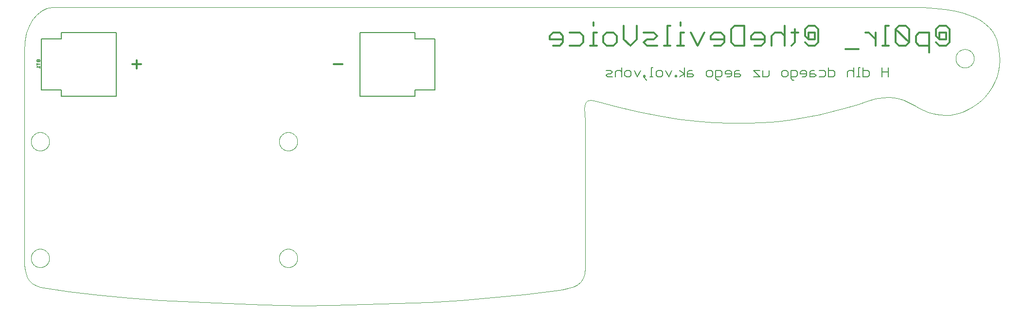
<source format=gbo>
G75*
%MOIN*%
%OFA0B0*%
%FSLAX25Y25*%
%IPPOS*%
%LPD*%
%AMOC8*
5,1,8,0,0,1.08239X$1,22.5*
%
%ADD10C,0.00004*%
%ADD11C,0.00000*%
%ADD12C,0.01200*%
%ADD13C,0.00600*%
%ADD14C,0.00800*%
%ADD15C,0.00500*%
D10*
X0011846Y0013466D02*
X0031543Y0010503D01*
X0051860Y0008103D01*
X0072852Y0006185D01*
X0094574Y0004668D01*
X0117080Y0003472D01*
X0140427Y0002516D01*
X0164669Y0001720D01*
X0189861Y0001002D01*
X0212030Y0001298D01*
X0234150Y0001754D01*
X0256205Y0002429D01*
X0278174Y0003386D01*
X0300040Y0004685D01*
X0321784Y0006388D01*
X0343387Y0008557D01*
X0364832Y0011252D01*
X0369506Y0011971D01*
X0373614Y0012818D01*
X0377136Y0013906D01*
X0380047Y0015348D01*
X0382328Y0017258D01*
X0383954Y0019747D01*
X0384906Y0022929D01*
X0385159Y0026918D01*
X0385159Y0129287D01*
X0385099Y0130998D01*
X0384904Y0133242D01*
X0384785Y0135721D01*
X0384951Y0138135D01*
X0385610Y0140186D01*
X0386973Y0141574D01*
X0389248Y0141999D01*
X0392646Y0141164D01*
X0407677Y0137147D01*
X0422037Y0133806D01*
X0435760Y0131108D01*
X0448881Y0129019D01*
X0461435Y0127503D01*
X0473457Y0126528D01*
X0484982Y0126058D01*
X0496044Y0126060D01*
X0506679Y0126499D01*
X0516922Y0127341D01*
X0526807Y0128553D01*
X0536369Y0130098D01*
X0545643Y0131945D01*
X0554664Y0134058D01*
X0563466Y0136403D01*
X0572086Y0138946D01*
X0578498Y0141219D01*
X0584108Y0142735D01*
X0589012Y0143578D01*
X0593307Y0143832D01*
X0597089Y0143583D01*
X0600454Y0142913D01*
X0603500Y0141908D01*
X0606321Y0140653D01*
X0609014Y0139231D01*
X0611676Y0137727D01*
X0614403Y0136226D01*
X0617292Y0134811D01*
X0620438Y0133568D01*
X0623938Y0132580D01*
X0627889Y0131933D01*
X0632386Y0131710D01*
X0635234Y0131704D01*
X0638219Y0132085D01*
X0641296Y0132840D01*
X0644419Y0133952D01*
X0647544Y0135405D01*
X0650626Y0137185D01*
X0653619Y0139275D01*
X0656479Y0141660D01*
X0659161Y0144324D01*
X0661619Y0147253D01*
X0663809Y0150429D01*
X0665686Y0153838D01*
X0667205Y0157464D01*
X0668320Y0161292D01*
X0668987Y0165305D01*
X0669161Y0169489D01*
X0669067Y0173106D01*
X0668728Y0176600D01*
X0668105Y0179958D01*
X0667162Y0183168D01*
X0665859Y0186215D01*
X0664158Y0189089D01*
X0662022Y0191775D01*
X0659413Y0194260D01*
X0656292Y0196533D01*
X0652622Y0198579D01*
X0648364Y0200387D01*
X0643481Y0201944D01*
X0637934Y0203235D01*
X0631685Y0204249D01*
X0624696Y0204973D01*
X0616930Y0205394D01*
X0019959Y0205394D01*
X0016433Y0204726D01*
X0012975Y0203099D01*
X0009716Y0200551D01*
X0006788Y0197124D01*
X0004321Y0192857D01*
X0002447Y0187790D01*
X0001297Y0181964D01*
X0001002Y0175419D01*
X0001002Y0029028D01*
X0001191Y0026999D01*
X0001546Y0024824D01*
X0002150Y0022588D01*
X0003087Y0020375D01*
X0004441Y0018271D01*
X0006297Y0016361D01*
X0008737Y0014731D01*
X0011846Y0013466D01*
D11*
X0005518Y0033510D02*
X0005520Y0033668D01*
X0005526Y0033826D01*
X0005536Y0033984D01*
X0005550Y0034142D01*
X0005568Y0034299D01*
X0005589Y0034456D01*
X0005615Y0034612D01*
X0005645Y0034768D01*
X0005678Y0034923D01*
X0005716Y0035076D01*
X0005757Y0035229D01*
X0005802Y0035381D01*
X0005851Y0035532D01*
X0005904Y0035681D01*
X0005960Y0035829D01*
X0006020Y0035975D01*
X0006084Y0036120D01*
X0006152Y0036263D01*
X0006223Y0036405D01*
X0006297Y0036545D01*
X0006375Y0036682D01*
X0006457Y0036818D01*
X0006541Y0036952D01*
X0006630Y0037083D01*
X0006721Y0037212D01*
X0006816Y0037339D01*
X0006913Y0037464D01*
X0007014Y0037586D01*
X0007118Y0037705D01*
X0007225Y0037822D01*
X0007335Y0037936D01*
X0007448Y0038047D01*
X0007563Y0038156D01*
X0007681Y0038261D01*
X0007802Y0038363D01*
X0007925Y0038463D01*
X0008051Y0038559D01*
X0008179Y0038652D01*
X0008309Y0038742D01*
X0008442Y0038828D01*
X0008577Y0038912D01*
X0008713Y0038991D01*
X0008852Y0039068D01*
X0008993Y0039140D01*
X0009135Y0039210D01*
X0009279Y0039275D01*
X0009425Y0039337D01*
X0009572Y0039395D01*
X0009721Y0039450D01*
X0009871Y0039501D01*
X0010022Y0039548D01*
X0010174Y0039591D01*
X0010327Y0039630D01*
X0010482Y0039666D01*
X0010637Y0039697D01*
X0010793Y0039725D01*
X0010949Y0039749D01*
X0011106Y0039769D01*
X0011264Y0039785D01*
X0011421Y0039797D01*
X0011580Y0039805D01*
X0011738Y0039809D01*
X0011896Y0039809D01*
X0012054Y0039805D01*
X0012213Y0039797D01*
X0012370Y0039785D01*
X0012528Y0039769D01*
X0012685Y0039749D01*
X0012841Y0039725D01*
X0012997Y0039697D01*
X0013152Y0039666D01*
X0013307Y0039630D01*
X0013460Y0039591D01*
X0013612Y0039548D01*
X0013763Y0039501D01*
X0013913Y0039450D01*
X0014062Y0039395D01*
X0014209Y0039337D01*
X0014355Y0039275D01*
X0014499Y0039210D01*
X0014641Y0039140D01*
X0014782Y0039068D01*
X0014921Y0038991D01*
X0015057Y0038912D01*
X0015192Y0038828D01*
X0015325Y0038742D01*
X0015455Y0038652D01*
X0015583Y0038559D01*
X0015709Y0038463D01*
X0015832Y0038363D01*
X0015953Y0038261D01*
X0016071Y0038156D01*
X0016186Y0038047D01*
X0016299Y0037936D01*
X0016409Y0037822D01*
X0016516Y0037705D01*
X0016620Y0037586D01*
X0016721Y0037464D01*
X0016818Y0037339D01*
X0016913Y0037212D01*
X0017004Y0037083D01*
X0017093Y0036952D01*
X0017177Y0036818D01*
X0017259Y0036682D01*
X0017337Y0036545D01*
X0017411Y0036405D01*
X0017482Y0036263D01*
X0017550Y0036120D01*
X0017614Y0035975D01*
X0017674Y0035829D01*
X0017730Y0035681D01*
X0017783Y0035532D01*
X0017832Y0035381D01*
X0017877Y0035229D01*
X0017918Y0035076D01*
X0017956Y0034923D01*
X0017989Y0034768D01*
X0018019Y0034612D01*
X0018045Y0034456D01*
X0018066Y0034299D01*
X0018084Y0034142D01*
X0018098Y0033984D01*
X0018108Y0033826D01*
X0018114Y0033668D01*
X0018116Y0033510D01*
X0018114Y0033352D01*
X0018108Y0033194D01*
X0018098Y0033036D01*
X0018084Y0032878D01*
X0018066Y0032721D01*
X0018045Y0032564D01*
X0018019Y0032408D01*
X0017989Y0032252D01*
X0017956Y0032097D01*
X0017918Y0031944D01*
X0017877Y0031791D01*
X0017832Y0031639D01*
X0017783Y0031488D01*
X0017730Y0031339D01*
X0017674Y0031191D01*
X0017614Y0031045D01*
X0017550Y0030900D01*
X0017482Y0030757D01*
X0017411Y0030615D01*
X0017337Y0030475D01*
X0017259Y0030338D01*
X0017177Y0030202D01*
X0017093Y0030068D01*
X0017004Y0029937D01*
X0016913Y0029808D01*
X0016818Y0029681D01*
X0016721Y0029556D01*
X0016620Y0029434D01*
X0016516Y0029315D01*
X0016409Y0029198D01*
X0016299Y0029084D01*
X0016186Y0028973D01*
X0016071Y0028864D01*
X0015953Y0028759D01*
X0015832Y0028657D01*
X0015709Y0028557D01*
X0015583Y0028461D01*
X0015455Y0028368D01*
X0015325Y0028278D01*
X0015192Y0028192D01*
X0015057Y0028108D01*
X0014921Y0028029D01*
X0014782Y0027952D01*
X0014641Y0027880D01*
X0014499Y0027810D01*
X0014355Y0027745D01*
X0014209Y0027683D01*
X0014062Y0027625D01*
X0013913Y0027570D01*
X0013763Y0027519D01*
X0013612Y0027472D01*
X0013460Y0027429D01*
X0013307Y0027390D01*
X0013152Y0027354D01*
X0012997Y0027323D01*
X0012841Y0027295D01*
X0012685Y0027271D01*
X0012528Y0027251D01*
X0012370Y0027235D01*
X0012213Y0027223D01*
X0012054Y0027215D01*
X0011896Y0027211D01*
X0011738Y0027211D01*
X0011580Y0027215D01*
X0011421Y0027223D01*
X0011264Y0027235D01*
X0011106Y0027251D01*
X0010949Y0027271D01*
X0010793Y0027295D01*
X0010637Y0027323D01*
X0010482Y0027354D01*
X0010327Y0027390D01*
X0010174Y0027429D01*
X0010022Y0027472D01*
X0009871Y0027519D01*
X0009721Y0027570D01*
X0009572Y0027625D01*
X0009425Y0027683D01*
X0009279Y0027745D01*
X0009135Y0027810D01*
X0008993Y0027880D01*
X0008852Y0027952D01*
X0008713Y0028029D01*
X0008577Y0028108D01*
X0008442Y0028192D01*
X0008309Y0028278D01*
X0008179Y0028368D01*
X0008051Y0028461D01*
X0007925Y0028557D01*
X0007802Y0028657D01*
X0007681Y0028759D01*
X0007563Y0028864D01*
X0007448Y0028973D01*
X0007335Y0029084D01*
X0007225Y0029198D01*
X0007118Y0029315D01*
X0007014Y0029434D01*
X0006913Y0029556D01*
X0006816Y0029681D01*
X0006721Y0029808D01*
X0006630Y0029937D01*
X0006541Y0030068D01*
X0006457Y0030202D01*
X0006375Y0030338D01*
X0006297Y0030475D01*
X0006223Y0030615D01*
X0006152Y0030757D01*
X0006084Y0030900D01*
X0006020Y0031045D01*
X0005960Y0031191D01*
X0005904Y0031339D01*
X0005851Y0031488D01*
X0005802Y0031639D01*
X0005757Y0031791D01*
X0005716Y0031944D01*
X0005678Y0032097D01*
X0005645Y0032252D01*
X0005615Y0032408D01*
X0005589Y0032564D01*
X0005568Y0032721D01*
X0005550Y0032878D01*
X0005536Y0033036D01*
X0005526Y0033194D01*
X0005520Y0033352D01*
X0005518Y0033510D01*
X0175518Y0033510D02*
X0175520Y0033668D01*
X0175526Y0033826D01*
X0175536Y0033984D01*
X0175550Y0034142D01*
X0175568Y0034299D01*
X0175589Y0034456D01*
X0175615Y0034612D01*
X0175645Y0034768D01*
X0175678Y0034923D01*
X0175716Y0035076D01*
X0175757Y0035229D01*
X0175802Y0035381D01*
X0175851Y0035532D01*
X0175904Y0035681D01*
X0175960Y0035829D01*
X0176020Y0035975D01*
X0176084Y0036120D01*
X0176152Y0036263D01*
X0176223Y0036405D01*
X0176297Y0036545D01*
X0176375Y0036682D01*
X0176457Y0036818D01*
X0176541Y0036952D01*
X0176630Y0037083D01*
X0176721Y0037212D01*
X0176816Y0037339D01*
X0176913Y0037464D01*
X0177014Y0037586D01*
X0177118Y0037705D01*
X0177225Y0037822D01*
X0177335Y0037936D01*
X0177448Y0038047D01*
X0177563Y0038156D01*
X0177681Y0038261D01*
X0177802Y0038363D01*
X0177925Y0038463D01*
X0178051Y0038559D01*
X0178179Y0038652D01*
X0178309Y0038742D01*
X0178442Y0038828D01*
X0178577Y0038912D01*
X0178713Y0038991D01*
X0178852Y0039068D01*
X0178993Y0039140D01*
X0179135Y0039210D01*
X0179279Y0039275D01*
X0179425Y0039337D01*
X0179572Y0039395D01*
X0179721Y0039450D01*
X0179871Y0039501D01*
X0180022Y0039548D01*
X0180174Y0039591D01*
X0180327Y0039630D01*
X0180482Y0039666D01*
X0180637Y0039697D01*
X0180793Y0039725D01*
X0180949Y0039749D01*
X0181106Y0039769D01*
X0181264Y0039785D01*
X0181421Y0039797D01*
X0181580Y0039805D01*
X0181738Y0039809D01*
X0181896Y0039809D01*
X0182054Y0039805D01*
X0182213Y0039797D01*
X0182370Y0039785D01*
X0182528Y0039769D01*
X0182685Y0039749D01*
X0182841Y0039725D01*
X0182997Y0039697D01*
X0183152Y0039666D01*
X0183307Y0039630D01*
X0183460Y0039591D01*
X0183612Y0039548D01*
X0183763Y0039501D01*
X0183913Y0039450D01*
X0184062Y0039395D01*
X0184209Y0039337D01*
X0184355Y0039275D01*
X0184499Y0039210D01*
X0184641Y0039140D01*
X0184782Y0039068D01*
X0184921Y0038991D01*
X0185057Y0038912D01*
X0185192Y0038828D01*
X0185325Y0038742D01*
X0185455Y0038652D01*
X0185583Y0038559D01*
X0185709Y0038463D01*
X0185832Y0038363D01*
X0185953Y0038261D01*
X0186071Y0038156D01*
X0186186Y0038047D01*
X0186299Y0037936D01*
X0186409Y0037822D01*
X0186516Y0037705D01*
X0186620Y0037586D01*
X0186721Y0037464D01*
X0186818Y0037339D01*
X0186913Y0037212D01*
X0187004Y0037083D01*
X0187093Y0036952D01*
X0187177Y0036818D01*
X0187259Y0036682D01*
X0187337Y0036545D01*
X0187411Y0036405D01*
X0187482Y0036263D01*
X0187550Y0036120D01*
X0187614Y0035975D01*
X0187674Y0035829D01*
X0187730Y0035681D01*
X0187783Y0035532D01*
X0187832Y0035381D01*
X0187877Y0035229D01*
X0187918Y0035076D01*
X0187956Y0034923D01*
X0187989Y0034768D01*
X0188019Y0034612D01*
X0188045Y0034456D01*
X0188066Y0034299D01*
X0188084Y0034142D01*
X0188098Y0033984D01*
X0188108Y0033826D01*
X0188114Y0033668D01*
X0188116Y0033510D01*
X0188114Y0033352D01*
X0188108Y0033194D01*
X0188098Y0033036D01*
X0188084Y0032878D01*
X0188066Y0032721D01*
X0188045Y0032564D01*
X0188019Y0032408D01*
X0187989Y0032252D01*
X0187956Y0032097D01*
X0187918Y0031944D01*
X0187877Y0031791D01*
X0187832Y0031639D01*
X0187783Y0031488D01*
X0187730Y0031339D01*
X0187674Y0031191D01*
X0187614Y0031045D01*
X0187550Y0030900D01*
X0187482Y0030757D01*
X0187411Y0030615D01*
X0187337Y0030475D01*
X0187259Y0030338D01*
X0187177Y0030202D01*
X0187093Y0030068D01*
X0187004Y0029937D01*
X0186913Y0029808D01*
X0186818Y0029681D01*
X0186721Y0029556D01*
X0186620Y0029434D01*
X0186516Y0029315D01*
X0186409Y0029198D01*
X0186299Y0029084D01*
X0186186Y0028973D01*
X0186071Y0028864D01*
X0185953Y0028759D01*
X0185832Y0028657D01*
X0185709Y0028557D01*
X0185583Y0028461D01*
X0185455Y0028368D01*
X0185325Y0028278D01*
X0185192Y0028192D01*
X0185057Y0028108D01*
X0184921Y0028029D01*
X0184782Y0027952D01*
X0184641Y0027880D01*
X0184499Y0027810D01*
X0184355Y0027745D01*
X0184209Y0027683D01*
X0184062Y0027625D01*
X0183913Y0027570D01*
X0183763Y0027519D01*
X0183612Y0027472D01*
X0183460Y0027429D01*
X0183307Y0027390D01*
X0183152Y0027354D01*
X0182997Y0027323D01*
X0182841Y0027295D01*
X0182685Y0027271D01*
X0182528Y0027251D01*
X0182370Y0027235D01*
X0182213Y0027223D01*
X0182054Y0027215D01*
X0181896Y0027211D01*
X0181738Y0027211D01*
X0181580Y0027215D01*
X0181421Y0027223D01*
X0181264Y0027235D01*
X0181106Y0027251D01*
X0180949Y0027271D01*
X0180793Y0027295D01*
X0180637Y0027323D01*
X0180482Y0027354D01*
X0180327Y0027390D01*
X0180174Y0027429D01*
X0180022Y0027472D01*
X0179871Y0027519D01*
X0179721Y0027570D01*
X0179572Y0027625D01*
X0179425Y0027683D01*
X0179279Y0027745D01*
X0179135Y0027810D01*
X0178993Y0027880D01*
X0178852Y0027952D01*
X0178713Y0028029D01*
X0178577Y0028108D01*
X0178442Y0028192D01*
X0178309Y0028278D01*
X0178179Y0028368D01*
X0178051Y0028461D01*
X0177925Y0028557D01*
X0177802Y0028657D01*
X0177681Y0028759D01*
X0177563Y0028864D01*
X0177448Y0028973D01*
X0177335Y0029084D01*
X0177225Y0029198D01*
X0177118Y0029315D01*
X0177014Y0029434D01*
X0176913Y0029556D01*
X0176816Y0029681D01*
X0176721Y0029808D01*
X0176630Y0029937D01*
X0176541Y0030068D01*
X0176457Y0030202D01*
X0176375Y0030338D01*
X0176297Y0030475D01*
X0176223Y0030615D01*
X0176152Y0030757D01*
X0176084Y0030900D01*
X0176020Y0031045D01*
X0175960Y0031191D01*
X0175904Y0031339D01*
X0175851Y0031488D01*
X0175802Y0031639D01*
X0175757Y0031791D01*
X0175716Y0031944D01*
X0175678Y0032097D01*
X0175645Y0032252D01*
X0175615Y0032408D01*
X0175589Y0032564D01*
X0175568Y0032721D01*
X0175550Y0032878D01*
X0175536Y0033036D01*
X0175526Y0033194D01*
X0175520Y0033352D01*
X0175518Y0033510D01*
X0175518Y0113510D02*
X0175520Y0113668D01*
X0175526Y0113826D01*
X0175536Y0113984D01*
X0175550Y0114142D01*
X0175568Y0114299D01*
X0175589Y0114456D01*
X0175615Y0114612D01*
X0175645Y0114768D01*
X0175678Y0114923D01*
X0175716Y0115076D01*
X0175757Y0115229D01*
X0175802Y0115381D01*
X0175851Y0115532D01*
X0175904Y0115681D01*
X0175960Y0115829D01*
X0176020Y0115975D01*
X0176084Y0116120D01*
X0176152Y0116263D01*
X0176223Y0116405D01*
X0176297Y0116545D01*
X0176375Y0116682D01*
X0176457Y0116818D01*
X0176541Y0116952D01*
X0176630Y0117083D01*
X0176721Y0117212D01*
X0176816Y0117339D01*
X0176913Y0117464D01*
X0177014Y0117586D01*
X0177118Y0117705D01*
X0177225Y0117822D01*
X0177335Y0117936D01*
X0177448Y0118047D01*
X0177563Y0118156D01*
X0177681Y0118261D01*
X0177802Y0118363D01*
X0177925Y0118463D01*
X0178051Y0118559D01*
X0178179Y0118652D01*
X0178309Y0118742D01*
X0178442Y0118828D01*
X0178577Y0118912D01*
X0178713Y0118991D01*
X0178852Y0119068D01*
X0178993Y0119140D01*
X0179135Y0119210D01*
X0179279Y0119275D01*
X0179425Y0119337D01*
X0179572Y0119395D01*
X0179721Y0119450D01*
X0179871Y0119501D01*
X0180022Y0119548D01*
X0180174Y0119591D01*
X0180327Y0119630D01*
X0180482Y0119666D01*
X0180637Y0119697D01*
X0180793Y0119725D01*
X0180949Y0119749D01*
X0181106Y0119769D01*
X0181264Y0119785D01*
X0181421Y0119797D01*
X0181580Y0119805D01*
X0181738Y0119809D01*
X0181896Y0119809D01*
X0182054Y0119805D01*
X0182213Y0119797D01*
X0182370Y0119785D01*
X0182528Y0119769D01*
X0182685Y0119749D01*
X0182841Y0119725D01*
X0182997Y0119697D01*
X0183152Y0119666D01*
X0183307Y0119630D01*
X0183460Y0119591D01*
X0183612Y0119548D01*
X0183763Y0119501D01*
X0183913Y0119450D01*
X0184062Y0119395D01*
X0184209Y0119337D01*
X0184355Y0119275D01*
X0184499Y0119210D01*
X0184641Y0119140D01*
X0184782Y0119068D01*
X0184921Y0118991D01*
X0185057Y0118912D01*
X0185192Y0118828D01*
X0185325Y0118742D01*
X0185455Y0118652D01*
X0185583Y0118559D01*
X0185709Y0118463D01*
X0185832Y0118363D01*
X0185953Y0118261D01*
X0186071Y0118156D01*
X0186186Y0118047D01*
X0186299Y0117936D01*
X0186409Y0117822D01*
X0186516Y0117705D01*
X0186620Y0117586D01*
X0186721Y0117464D01*
X0186818Y0117339D01*
X0186913Y0117212D01*
X0187004Y0117083D01*
X0187093Y0116952D01*
X0187177Y0116818D01*
X0187259Y0116682D01*
X0187337Y0116545D01*
X0187411Y0116405D01*
X0187482Y0116263D01*
X0187550Y0116120D01*
X0187614Y0115975D01*
X0187674Y0115829D01*
X0187730Y0115681D01*
X0187783Y0115532D01*
X0187832Y0115381D01*
X0187877Y0115229D01*
X0187918Y0115076D01*
X0187956Y0114923D01*
X0187989Y0114768D01*
X0188019Y0114612D01*
X0188045Y0114456D01*
X0188066Y0114299D01*
X0188084Y0114142D01*
X0188098Y0113984D01*
X0188108Y0113826D01*
X0188114Y0113668D01*
X0188116Y0113510D01*
X0188114Y0113352D01*
X0188108Y0113194D01*
X0188098Y0113036D01*
X0188084Y0112878D01*
X0188066Y0112721D01*
X0188045Y0112564D01*
X0188019Y0112408D01*
X0187989Y0112252D01*
X0187956Y0112097D01*
X0187918Y0111944D01*
X0187877Y0111791D01*
X0187832Y0111639D01*
X0187783Y0111488D01*
X0187730Y0111339D01*
X0187674Y0111191D01*
X0187614Y0111045D01*
X0187550Y0110900D01*
X0187482Y0110757D01*
X0187411Y0110615D01*
X0187337Y0110475D01*
X0187259Y0110338D01*
X0187177Y0110202D01*
X0187093Y0110068D01*
X0187004Y0109937D01*
X0186913Y0109808D01*
X0186818Y0109681D01*
X0186721Y0109556D01*
X0186620Y0109434D01*
X0186516Y0109315D01*
X0186409Y0109198D01*
X0186299Y0109084D01*
X0186186Y0108973D01*
X0186071Y0108864D01*
X0185953Y0108759D01*
X0185832Y0108657D01*
X0185709Y0108557D01*
X0185583Y0108461D01*
X0185455Y0108368D01*
X0185325Y0108278D01*
X0185192Y0108192D01*
X0185057Y0108108D01*
X0184921Y0108029D01*
X0184782Y0107952D01*
X0184641Y0107880D01*
X0184499Y0107810D01*
X0184355Y0107745D01*
X0184209Y0107683D01*
X0184062Y0107625D01*
X0183913Y0107570D01*
X0183763Y0107519D01*
X0183612Y0107472D01*
X0183460Y0107429D01*
X0183307Y0107390D01*
X0183152Y0107354D01*
X0182997Y0107323D01*
X0182841Y0107295D01*
X0182685Y0107271D01*
X0182528Y0107251D01*
X0182370Y0107235D01*
X0182213Y0107223D01*
X0182054Y0107215D01*
X0181896Y0107211D01*
X0181738Y0107211D01*
X0181580Y0107215D01*
X0181421Y0107223D01*
X0181264Y0107235D01*
X0181106Y0107251D01*
X0180949Y0107271D01*
X0180793Y0107295D01*
X0180637Y0107323D01*
X0180482Y0107354D01*
X0180327Y0107390D01*
X0180174Y0107429D01*
X0180022Y0107472D01*
X0179871Y0107519D01*
X0179721Y0107570D01*
X0179572Y0107625D01*
X0179425Y0107683D01*
X0179279Y0107745D01*
X0179135Y0107810D01*
X0178993Y0107880D01*
X0178852Y0107952D01*
X0178713Y0108029D01*
X0178577Y0108108D01*
X0178442Y0108192D01*
X0178309Y0108278D01*
X0178179Y0108368D01*
X0178051Y0108461D01*
X0177925Y0108557D01*
X0177802Y0108657D01*
X0177681Y0108759D01*
X0177563Y0108864D01*
X0177448Y0108973D01*
X0177335Y0109084D01*
X0177225Y0109198D01*
X0177118Y0109315D01*
X0177014Y0109434D01*
X0176913Y0109556D01*
X0176816Y0109681D01*
X0176721Y0109808D01*
X0176630Y0109937D01*
X0176541Y0110068D01*
X0176457Y0110202D01*
X0176375Y0110338D01*
X0176297Y0110475D01*
X0176223Y0110615D01*
X0176152Y0110757D01*
X0176084Y0110900D01*
X0176020Y0111045D01*
X0175960Y0111191D01*
X0175904Y0111339D01*
X0175851Y0111488D01*
X0175802Y0111639D01*
X0175757Y0111791D01*
X0175716Y0111944D01*
X0175678Y0112097D01*
X0175645Y0112252D01*
X0175615Y0112408D01*
X0175589Y0112564D01*
X0175568Y0112721D01*
X0175550Y0112878D01*
X0175536Y0113036D01*
X0175526Y0113194D01*
X0175520Y0113352D01*
X0175518Y0113510D01*
X0005518Y0113510D02*
X0005520Y0113668D01*
X0005526Y0113826D01*
X0005536Y0113984D01*
X0005550Y0114142D01*
X0005568Y0114299D01*
X0005589Y0114456D01*
X0005615Y0114612D01*
X0005645Y0114768D01*
X0005678Y0114923D01*
X0005716Y0115076D01*
X0005757Y0115229D01*
X0005802Y0115381D01*
X0005851Y0115532D01*
X0005904Y0115681D01*
X0005960Y0115829D01*
X0006020Y0115975D01*
X0006084Y0116120D01*
X0006152Y0116263D01*
X0006223Y0116405D01*
X0006297Y0116545D01*
X0006375Y0116682D01*
X0006457Y0116818D01*
X0006541Y0116952D01*
X0006630Y0117083D01*
X0006721Y0117212D01*
X0006816Y0117339D01*
X0006913Y0117464D01*
X0007014Y0117586D01*
X0007118Y0117705D01*
X0007225Y0117822D01*
X0007335Y0117936D01*
X0007448Y0118047D01*
X0007563Y0118156D01*
X0007681Y0118261D01*
X0007802Y0118363D01*
X0007925Y0118463D01*
X0008051Y0118559D01*
X0008179Y0118652D01*
X0008309Y0118742D01*
X0008442Y0118828D01*
X0008577Y0118912D01*
X0008713Y0118991D01*
X0008852Y0119068D01*
X0008993Y0119140D01*
X0009135Y0119210D01*
X0009279Y0119275D01*
X0009425Y0119337D01*
X0009572Y0119395D01*
X0009721Y0119450D01*
X0009871Y0119501D01*
X0010022Y0119548D01*
X0010174Y0119591D01*
X0010327Y0119630D01*
X0010482Y0119666D01*
X0010637Y0119697D01*
X0010793Y0119725D01*
X0010949Y0119749D01*
X0011106Y0119769D01*
X0011264Y0119785D01*
X0011421Y0119797D01*
X0011580Y0119805D01*
X0011738Y0119809D01*
X0011896Y0119809D01*
X0012054Y0119805D01*
X0012213Y0119797D01*
X0012370Y0119785D01*
X0012528Y0119769D01*
X0012685Y0119749D01*
X0012841Y0119725D01*
X0012997Y0119697D01*
X0013152Y0119666D01*
X0013307Y0119630D01*
X0013460Y0119591D01*
X0013612Y0119548D01*
X0013763Y0119501D01*
X0013913Y0119450D01*
X0014062Y0119395D01*
X0014209Y0119337D01*
X0014355Y0119275D01*
X0014499Y0119210D01*
X0014641Y0119140D01*
X0014782Y0119068D01*
X0014921Y0118991D01*
X0015057Y0118912D01*
X0015192Y0118828D01*
X0015325Y0118742D01*
X0015455Y0118652D01*
X0015583Y0118559D01*
X0015709Y0118463D01*
X0015832Y0118363D01*
X0015953Y0118261D01*
X0016071Y0118156D01*
X0016186Y0118047D01*
X0016299Y0117936D01*
X0016409Y0117822D01*
X0016516Y0117705D01*
X0016620Y0117586D01*
X0016721Y0117464D01*
X0016818Y0117339D01*
X0016913Y0117212D01*
X0017004Y0117083D01*
X0017093Y0116952D01*
X0017177Y0116818D01*
X0017259Y0116682D01*
X0017337Y0116545D01*
X0017411Y0116405D01*
X0017482Y0116263D01*
X0017550Y0116120D01*
X0017614Y0115975D01*
X0017674Y0115829D01*
X0017730Y0115681D01*
X0017783Y0115532D01*
X0017832Y0115381D01*
X0017877Y0115229D01*
X0017918Y0115076D01*
X0017956Y0114923D01*
X0017989Y0114768D01*
X0018019Y0114612D01*
X0018045Y0114456D01*
X0018066Y0114299D01*
X0018084Y0114142D01*
X0018098Y0113984D01*
X0018108Y0113826D01*
X0018114Y0113668D01*
X0018116Y0113510D01*
X0018114Y0113352D01*
X0018108Y0113194D01*
X0018098Y0113036D01*
X0018084Y0112878D01*
X0018066Y0112721D01*
X0018045Y0112564D01*
X0018019Y0112408D01*
X0017989Y0112252D01*
X0017956Y0112097D01*
X0017918Y0111944D01*
X0017877Y0111791D01*
X0017832Y0111639D01*
X0017783Y0111488D01*
X0017730Y0111339D01*
X0017674Y0111191D01*
X0017614Y0111045D01*
X0017550Y0110900D01*
X0017482Y0110757D01*
X0017411Y0110615D01*
X0017337Y0110475D01*
X0017259Y0110338D01*
X0017177Y0110202D01*
X0017093Y0110068D01*
X0017004Y0109937D01*
X0016913Y0109808D01*
X0016818Y0109681D01*
X0016721Y0109556D01*
X0016620Y0109434D01*
X0016516Y0109315D01*
X0016409Y0109198D01*
X0016299Y0109084D01*
X0016186Y0108973D01*
X0016071Y0108864D01*
X0015953Y0108759D01*
X0015832Y0108657D01*
X0015709Y0108557D01*
X0015583Y0108461D01*
X0015455Y0108368D01*
X0015325Y0108278D01*
X0015192Y0108192D01*
X0015057Y0108108D01*
X0014921Y0108029D01*
X0014782Y0107952D01*
X0014641Y0107880D01*
X0014499Y0107810D01*
X0014355Y0107745D01*
X0014209Y0107683D01*
X0014062Y0107625D01*
X0013913Y0107570D01*
X0013763Y0107519D01*
X0013612Y0107472D01*
X0013460Y0107429D01*
X0013307Y0107390D01*
X0013152Y0107354D01*
X0012997Y0107323D01*
X0012841Y0107295D01*
X0012685Y0107271D01*
X0012528Y0107251D01*
X0012370Y0107235D01*
X0012213Y0107223D01*
X0012054Y0107215D01*
X0011896Y0107211D01*
X0011738Y0107211D01*
X0011580Y0107215D01*
X0011421Y0107223D01*
X0011264Y0107235D01*
X0011106Y0107251D01*
X0010949Y0107271D01*
X0010793Y0107295D01*
X0010637Y0107323D01*
X0010482Y0107354D01*
X0010327Y0107390D01*
X0010174Y0107429D01*
X0010022Y0107472D01*
X0009871Y0107519D01*
X0009721Y0107570D01*
X0009572Y0107625D01*
X0009425Y0107683D01*
X0009279Y0107745D01*
X0009135Y0107810D01*
X0008993Y0107880D01*
X0008852Y0107952D01*
X0008713Y0108029D01*
X0008577Y0108108D01*
X0008442Y0108192D01*
X0008309Y0108278D01*
X0008179Y0108368D01*
X0008051Y0108461D01*
X0007925Y0108557D01*
X0007802Y0108657D01*
X0007681Y0108759D01*
X0007563Y0108864D01*
X0007448Y0108973D01*
X0007335Y0109084D01*
X0007225Y0109198D01*
X0007118Y0109315D01*
X0007014Y0109434D01*
X0006913Y0109556D01*
X0006816Y0109681D01*
X0006721Y0109808D01*
X0006630Y0109937D01*
X0006541Y0110068D01*
X0006457Y0110202D01*
X0006375Y0110338D01*
X0006297Y0110475D01*
X0006223Y0110615D01*
X0006152Y0110757D01*
X0006084Y0110900D01*
X0006020Y0111045D01*
X0005960Y0111191D01*
X0005904Y0111339D01*
X0005851Y0111488D01*
X0005802Y0111639D01*
X0005757Y0111791D01*
X0005716Y0111944D01*
X0005678Y0112097D01*
X0005645Y0112252D01*
X0005615Y0112408D01*
X0005589Y0112564D01*
X0005568Y0112721D01*
X0005550Y0112878D01*
X0005536Y0113036D01*
X0005526Y0113194D01*
X0005520Y0113352D01*
X0005518Y0113510D01*
X0639132Y0170447D02*
X0639134Y0170605D01*
X0639140Y0170763D01*
X0639150Y0170921D01*
X0639164Y0171079D01*
X0639182Y0171236D01*
X0639203Y0171393D01*
X0639229Y0171549D01*
X0639259Y0171705D01*
X0639292Y0171860D01*
X0639330Y0172013D01*
X0639371Y0172166D01*
X0639416Y0172318D01*
X0639465Y0172469D01*
X0639518Y0172618D01*
X0639574Y0172766D01*
X0639634Y0172912D01*
X0639698Y0173057D01*
X0639766Y0173200D01*
X0639837Y0173342D01*
X0639911Y0173482D01*
X0639989Y0173619D01*
X0640071Y0173755D01*
X0640155Y0173889D01*
X0640244Y0174020D01*
X0640335Y0174149D01*
X0640430Y0174276D01*
X0640527Y0174401D01*
X0640628Y0174523D01*
X0640732Y0174642D01*
X0640839Y0174759D01*
X0640949Y0174873D01*
X0641062Y0174984D01*
X0641177Y0175093D01*
X0641295Y0175198D01*
X0641416Y0175300D01*
X0641539Y0175400D01*
X0641665Y0175496D01*
X0641793Y0175589D01*
X0641923Y0175679D01*
X0642056Y0175765D01*
X0642191Y0175849D01*
X0642327Y0175928D01*
X0642466Y0176005D01*
X0642607Y0176077D01*
X0642749Y0176147D01*
X0642893Y0176212D01*
X0643039Y0176274D01*
X0643186Y0176332D01*
X0643335Y0176387D01*
X0643485Y0176438D01*
X0643636Y0176485D01*
X0643788Y0176528D01*
X0643941Y0176567D01*
X0644096Y0176603D01*
X0644251Y0176634D01*
X0644407Y0176662D01*
X0644563Y0176686D01*
X0644720Y0176706D01*
X0644878Y0176722D01*
X0645035Y0176734D01*
X0645194Y0176742D01*
X0645352Y0176746D01*
X0645510Y0176746D01*
X0645668Y0176742D01*
X0645827Y0176734D01*
X0645984Y0176722D01*
X0646142Y0176706D01*
X0646299Y0176686D01*
X0646455Y0176662D01*
X0646611Y0176634D01*
X0646766Y0176603D01*
X0646921Y0176567D01*
X0647074Y0176528D01*
X0647226Y0176485D01*
X0647377Y0176438D01*
X0647527Y0176387D01*
X0647676Y0176332D01*
X0647823Y0176274D01*
X0647969Y0176212D01*
X0648113Y0176147D01*
X0648255Y0176077D01*
X0648396Y0176005D01*
X0648535Y0175928D01*
X0648671Y0175849D01*
X0648806Y0175765D01*
X0648939Y0175679D01*
X0649069Y0175589D01*
X0649197Y0175496D01*
X0649323Y0175400D01*
X0649446Y0175300D01*
X0649567Y0175198D01*
X0649685Y0175093D01*
X0649800Y0174984D01*
X0649913Y0174873D01*
X0650023Y0174759D01*
X0650130Y0174642D01*
X0650234Y0174523D01*
X0650335Y0174401D01*
X0650432Y0174276D01*
X0650527Y0174149D01*
X0650618Y0174020D01*
X0650707Y0173889D01*
X0650791Y0173755D01*
X0650873Y0173619D01*
X0650951Y0173482D01*
X0651025Y0173342D01*
X0651096Y0173200D01*
X0651164Y0173057D01*
X0651228Y0172912D01*
X0651288Y0172766D01*
X0651344Y0172618D01*
X0651397Y0172469D01*
X0651446Y0172318D01*
X0651491Y0172166D01*
X0651532Y0172013D01*
X0651570Y0171860D01*
X0651603Y0171705D01*
X0651633Y0171549D01*
X0651659Y0171393D01*
X0651680Y0171236D01*
X0651698Y0171079D01*
X0651712Y0170921D01*
X0651722Y0170763D01*
X0651728Y0170605D01*
X0651730Y0170447D01*
X0651728Y0170289D01*
X0651722Y0170131D01*
X0651712Y0169973D01*
X0651698Y0169815D01*
X0651680Y0169658D01*
X0651659Y0169501D01*
X0651633Y0169345D01*
X0651603Y0169189D01*
X0651570Y0169034D01*
X0651532Y0168881D01*
X0651491Y0168728D01*
X0651446Y0168576D01*
X0651397Y0168425D01*
X0651344Y0168276D01*
X0651288Y0168128D01*
X0651228Y0167982D01*
X0651164Y0167837D01*
X0651096Y0167694D01*
X0651025Y0167552D01*
X0650951Y0167412D01*
X0650873Y0167275D01*
X0650791Y0167139D01*
X0650707Y0167005D01*
X0650618Y0166874D01*
X0650527Y0166745D01*
X0650432Y0166618D01*
X0650335Y0166493D01*
X0650234Y0166371D01*
X0650130Y0166252D01*
X0650023Y0166135D01*
X0649913Y0166021D01*
X0649800Y0165910D01*
X0649685Y0165801D01*
X0649567Y0165696D01*
X0649446Y0165594D01*
X0649323Y0165494D01*
X0649197Y0165398D01*
X0649069Y0165305D01*
X0648939Y0165215D01*
X0648806Y0165129D01*
X0648671Y0165045D01*
X0648535Y0164966D01*
X0648396Y0164889D01*
X0648255Y0164817D01*
X0648113Y0164747D01*
X0647969Y0164682D01*
X0647823Y0164620D01*
X0647676Y0164562D01*
X0647527Y0164507D01*
X0647377Y0164456D01*
X0647226Y0164409D01*
X0647074Y0164366D01*
X0646921Y0164327D01*
X0646766Y0164291D01*
X0646611Y0164260D01*
X0646455Y0164232D01*
X0646299Y0164208D01*
X0646142Y0164188D01*
X0645984Y0164172D01*
X0645827Y0164160D01*
X0645668Y0164152D01*
X0645510Y0164148D01*
X0645352Y0164148D01*
X0645194Y0164152D01*
X0645035Y0164160D01*
X0644878Y0164172D01*
X0644720Y0164188D01*
X0644563Y0164208D01*
X0644407Y0164232D01*
X0644251Y0164260D01*
X0644096Y0164291D01*
X0643941Y0164327D01*
X0643788Y0164366D01*
X0643636Y0164409D01*
X0643485Y0164456D01*
X0643335Y0164507D01*
X0643186Y0164562D01*
X0643039Y0164620D01*
X0642893Y0164682D01*
X0642749Y0164747D01*
X0642607Y0164817D01*
X0642466Y0164889D01*
X0642327Y0164966D01*
X0642191Y0165045D01*
X0642056Y0165129D01*
X0641923Y0165215D01*
X0641793Y0165305D01*
X0641665Y0165398D01*
X0641539Y0165494D01*
X0641416Y0165594D01*
X0641295Y0165696D01*
X0641177Y0165801D01*
X0641062Y0165910D01*
X0640949Y0166021D01*
X0640839Y0166135D01*
X0640732Y0166252D01*
X0640628Y0166371D01*
X0640527Y0166493D01*
X0640430Y0166618D01*
X0640335Y0166745D01*
X0640244Y0166874D01*
X0640155Y0167005D01*
X0640071Y0167139D01*
X0639989Y0167275D01*
X0639911Y0167412D01*
X0639837Y0167552D01*
X0639766Y0167694D01*
X0639698Y0167837D01*
X0639634Y0167982D01*
X0639574Y0168128D01*
X0639518Y0168276D01*
X0639465Y0168425D01*
X0639416Y0168576D01*
X0639371Y0168728D01*
X0639330Y0168881D01*
X0639292Y0169034D01*
X0639259Y0169189D01*
X0639229Y0169345D01*
X0639203Y0169501D01*
X0639182Y0169658D01*
X0639164Y0169815D01*
X0639150Y0169973D01*
X0639140Y0170131D01*
X0639134Y0170289D01*
X0639132Y0170447D01*
D12*
X0621027Y0174483D02*
X0621027Y0188294D01*
X0614122Y0188294D01*
X0611820Y0185992D01*
X0611820Y0181388D01*
X0614122Y0179087D01*
X0621027Y0179087D01*
X0625631Y0181388D02*
X0627933Y0179087D01*
X0632537Y0179087D01*
X0634839Y0181388D01*
X0634839Y0190596D01*
X0632537Y0192898D01*
X0627933Y0192898D01*
X0625631Y0190596D01*
X0625631Y0185992D01*
X0627933Y0183690D01*
X0627933Y0188294D01*
X0632537Y0188294D01*
X0632537Y0183690D01*
X0627933Y0183690D01*
X0607216Y0181388D02*
X0604914Y0179087D01*
X0600310Y0179087D01*
X0598008Y0181388D01*
X0598008Y0190596D01*
X0607216Y0181388D01*
X0607216Y0190596D01*
X0604914Y0192898D01*
X0600310Y0192898D01*
X0598008Y0190596D01*
X0593404Y0192898D02*
X0591102Y0192898D01*
X0591102Y0179087D01*
X0593404Y0179087D02*
X0588800Y0179087D01*
X0584196Y0179087D02*
X0584196Y0188294D01*
X0584196Y0183690D02*
X0579592Y0188294D01*
X0577290Y0188294D01*
X0545063Y0190596D02*
X0545063Y0181388D01*
X0542761Y0179087D01*
X0538157Y0179087D01*
X0535855Y0181388D01*
X0538157Y0183690D02*
X0538157Y0188294D01*
X0542761Y0188294D01*
X0542761Y0183690D01*
X0538157Y0183690D01*
X0535855Y0185992D01*
X0535855Y0190596D01*
X0538157Y0192898D01*
X0542761Y0192898D01*
X0545063Y0190596D01*
X0531251Y0188294D02*
X0526647Y0188294D01*
X0528949Y0190596D02*
X0528949Y0181388D01*
X0526647Y0179087D01*
X0522043Y0179087D02*
X0522043Y0192898D01*
X0519741Y0188294D02*
X0515137Y0188294D01*
X0512835Y0185992D01*
X0512835Y0179087D01*
X0508231Y0181388D02*
X0508231Y0185992D01*
X0505929Y0188294D01*
X0501325Y0188294D01*
X0499023Y0185992D01*
X0499023Y0183690D01*
X0508231Y0183690D01*
X0508231Y0181388D02*
X0505929Y0179087D01*
X0501325Y0179087D01*
X0494419Y0179087D02*
X0487513Y0179087D01*
X0485211Y0181388D01*
X0485211Y0190596D01*
X0487513Y0192898D01*
X0494419Y0192898D01*
X0494419Y0179087D01*
X0480607Y0181388D02*
X0478306Y0179087D01*
X0473702Y0179087D01*
X0480607Y0181388D02*
X0480607Y0185992D01*
X0478306Y0188294D01*
X0473702Y0188294D01*
X0471400Y0185992D01*
X0471400Y0183690D01*
X0480607Y0183690D01*
X0466796Y0188294D02*
X0462192Y0179087D01*
X0457588Y0188294D01*
X0452984Y0188294D02*
X0450682Y0188294D01*
X0450682Y0179087D01*
X0452984Y0179087D02*
X0448380Y0179087D01*
X0443776Y0179087D02*
X0439172Y0179087D01*
X0441474Y0179087D02*
X0441474Y0192898D01*
X0443776Y0192898D01*
X0450682Y0192898D02*
X0450682Y0195200D01*
X0434568Y0185992D02*
X0432266Y0188294D01*
X0425360Y0188294D01*
X0432266Y0183690D02*
X0434568Y0185992D01*
X0432266Y0183690D02*
X0427662Y0183690D01*
X0425360Y0181388D01*
X0427662Y0179087D01*
X0434568Y0179087D01*
X0420756Y0183690D02*
X0416152Y0179087D01*
X0411548Y0183690D01*
X0411548Y0192898D01*
X0420756Y0192898D02*
X0420756Y0183690D01*
X0406945Y0181388D02*
X0404643Y0179087D01*
X0400039Y0179087D01*
X0397737Y0181388D01*
X0397737Y0185992D01*
X0400039Y0188294D01*
X0404643Y0188294D01*
X0406945Y0185992D01*
X0406945Y0181388D01*
X0393133Y0179087D02*
X0388529Y0179087D01*
X0390831Y0179087D02*
X0390831Y0188294D01*
X0393133Y0188294D01*
X0383925Y0185992D02*
X0383925Y0181388D01*
X0381623Y0179087D01*
X0374717Y0179087D01*
X0370113Y0181388D02*
X0370113Y0185992D01*
X0367811Y0188294D01*
X0363207Y0188294D01*
X0360905Y0185992D01*
X0360905Y0183690D01*
X0370113Y0183690D01*
X0370113Y0181388D02*
X0367811Y0179087D01*
X0363207Y0179087D01*
X0381623Y0188294D02*
X0383925Y0185992D01*
X0381623Y0188294D02*
X0374717Y0188294D01*
X0390831Y0192898D02*
X0390831Y0195200D01*
X0519741Y0188294D02*
X0522043Y0185992D01*
X0563478Y0176785D02*
X0572686Y0176785D01*
X0218903Y0166443D02*
X0213031Y0166443D01*
X0080903Y0166443D02*
X0075031Y0166443D01*
X0077967Y0163508D02*
X0077967Y0169379D01*
D13*
X0399553Y0162124D02*
X0402756Y0162124D01*
X0403823Y0161056D01*
X0402756Y0159989D01*
X0400621Y0159989D01*
X0399553Y0158921D01*
X0400621Y0157853D01*
X0403823Y0157853D01*
X0405998Y0157853D02*
X0405998Y0161056D01*
X0407066Y0162124D01*
X0409201Y0162124D01*
X0410269Y0161056D01*
X0412444Y0161056D02*
X0413512Y0162124D01*
X0415647Y0162124D01*
X0416714Y0161056D01*
X0416714Y0158921D01*
X0415647Y0157853D01*
X0413512Y0157853D01*
X0412444Y0158921D01*
X0412444Y0161056D01*
X0410269Y0164259D02*
X0410269Y0157853D01*
X0418889Y0162124D02*
X0421025Y0157853D01*
X0423160Y0162124D01*
X0430686Y0164259D02*
X0430686Y0157853D01*
X0429619Y0157853D02*
X0431754Y0157853D01*
X0433929Y0158921D02*
X0433929Y0161056D01*
X0434997Y0162124D01*
X0437132Y0162124D01*
X0438199Y0161056D01*
X0438199Y0158921D01*
X0437132Y0157853D01*
X0434997Y0157853D01*
X0433929Y0158921D01*
X0427457Y0155718D02*
X0425322Y0157853D01*
X0426389Y0157853D01*
X0426389Y0158921D01*
X0425322Y0158921D01*
X0425322Y0157853D01*
X0440374Y0162124D02*
X0442510Y0157853D01*
X0444645Y0162124D01*
X0450036Y0162124D02*
X0453239Y0159989D01*
X0450036Y0157853D01*
X0447867Y0157853D02*
X0446800Y0157853D01*
X0446800Y0158921D01*
X0447867Y0158921D01*
X0447867Y0157853D01*
X0453239Y0157853D02*
X0453239Y0164259D01*
X0455414Y0161056D02*
X0455414Y0157853D01*
X0458617Y0157853D01*
X0459684Y0158921D01*
X0458617Y0159989D01*
X0455414Y0159989D01*
X0455414Y0161056D02*
X0456482Y0162124D01*
X0458617Y0162124D01*
X0468305Y0161056D02*
X0469373Y0162124D01*
X0471508Y0162124D01*
X0472575Y0161056D01*
X0472575Y0158921D01*
X0471508Y0157853D01*
X0469373Y0157853D01*
X0468305Y0158921D01*
X0468305Y0161056D01*
X0474750Y0162124D02*
X0477953Y0162124D01*
X0479021Y0161056D01*
X0479021Y0158921D01*
X0477953Y0157853D01*
X0474750Y0157853D01*
X0474750Y0156786D02*
X0474750Y0162124D01*
X0481196Y0161056D02*
X0481196Y0159989D01*
X0485466Y0159989D01*
X0485466Y0161056D02*
X0485466Y0158921D01*
X0484399Y0157853D01*
X0482263Y0157853D01*
X0487641Y0157853D02*
X0490844Y0157853D01*
X0491912Y0158921D01*
X0490844Y0159989D01*
X0487641Y0159989D01*
X0487641Y0161056D02*
X0487641Y0157853D01*
X0476886Y0155718D02*
X0475818Y0155718D01*
X0474750Y0156786D01*
X0481196Y0161056D02*
X0482263Y0162124D01*
X0484399Y0162124D01*
X0485466Y0161056D01*
X0487641Y0161056D02*
X0488709Y0162124D01*
X0490844Y0162124D01*
X0500532Y0162124D02*
X0504803Y0157853D01*
X0500532Y0157853D01*
X0506978Y0157853D02*
X0506978Y0162124D01*
X0504803Y0162124D02*
X0500532Y0162124D01*
X0506978Y0157853D02*
X0510181Y0157853D01*
X0511248Y0158921D01*
X0511248Y0162124D01*
X0519869Y0161056D02*
X0520936Y0162124D01*
X0523072Y0162124D01*
X0524139Y0161056D01*
X0524139Y0158921D01*
X0523072Y0157853D01*
X0520936Y0157853D01*
X0519869Y0158921D01*
X0519869Y0161056D01*
X0526314Y0162124D02*
X0529517Y0162124D01*
X0530585Y0161056D01*
X0530585Y0158921D01*
X0529517Y0157853D01*
X0526314Y0157853D01*
X0526314Y0156786D02*
X0526314Y0162124D01*
X0532760Y0161056D02*
X0532760Y0159989D01*
X0537030Y0159989D01*
X0537030Y0161056D02*
X0535963Y0162124D01*
X0533827Y0162124D01*
X0532760Y0161056D01*
X0537030Y0161056D02*
X0537030Y0158921D01*
X0535963Y0157853D01*
X0533827Y0157853D01*
X0539205Y0157853D02*
X0542408Y0157853D01*
X0543476Y0158921D01*
X0542408Y0159989D01*
X0539205Y0159989D01*
X0539205Y0161056D02*
X0539205Y0157853D01*
X0545651Y0157853D02*
X0548854Y0157853D01*
X0549921Y0158921D01*
X0549921Y0161056D01*
X0548854Y0162124D01*
X0545651Y0162124D01*
X0542408Y0162124D02*
X0540273Y0162124D01*
X0539205Y0161056D01*
X0552096Y0162124D02*
X0555299Y0162124D01*
X0556367Y0161056D01*
X0556367Y0158921D01*
X0555299Y0157853D01*
X0552096Y0157853D01*
X0552096Y0164259D01*
X0564987Y0161056D02*
X0564987Y0157853D01*
X0569258Y0157853D02*
X0569258Y0164259D01*
X0568190Y0162124D02*
X0566055Y0162124D01*
X0564987Y0161056D01*
X0568190Y0162124D02*
X0569258Y0161056D01*
X0572487Y0164259D02*
X0572487Y0157853D01*
X0571420Y0157853D02*
X0573555Y0157853D01*
X0575730Y0157853D02*
X0578933Y0157853D01*
X0580000Y0158921D01*
X0580000Y0161056D01*
X0578933Y0162124D01*
X0575730Y0162124D01*
X0575730Y0164259D02*
X0575730Y0157853D01*
X0588621Y0157853D02*
X0588621Y0164259D01*
X0588621Y0161056D02*
X0592891Y0161056D01*
X0592891Y0157853D02*
X0592891Y0164259D01*
X0573555Y0164259D02*
X0572487Y0164259D01*
X0528450Y0155718D02*
X0527382Y0155718D01*
X0526314Y0156786D01*
X0431754Y0164259D02*
X0430686Y0164259D01*
D14*
X0282253Y0148908D02*
X0282253Y0183908D01*
X0268553Y0183908D01*
X0268553Y0188308D01*
X0231014Y0188308D01*
X0231014Y0144508D01*
X0268553Y0144508D01*
X0268553Y0148908D01*
X0282253Y0148908D01*
X0063849Y0144587D02*
X0026309Y0144587D01*
X0026309Y0148987D01*
X0012609Y0148987D01*
X0012609Y0183987D01*
X0026309Y0183987D01*
X0026309Y0188387D01*
X0063849Y0188387D01*
X0063849Y0144587D01*
D15*
X0011681Y0163824D02*
X0011681Y0165092D01*
X0011681Y0164458D02*
X0009780Y0164458D01*
X0010414Y0165092D01*
X0009780Y0166034D02*
X0009780Y0167302D01*
X0009780Y0166668D02*
X0011681Y0166668D01*
X0011364Y0168244D02*
X0011681Y0168561D01*
X0011681Y0169512D01*
X0009780Y0169512D01*
X0009780Y0168561D01*
X0010097Y0168244D01*
X0010414Y0168244D01*
X0010731Y0168561D01*
X0010731Y0169512D01*
X0010731Y0168561D02*
X0011047Y0168244D01*
X0011364Y0168244D01*
M02*

</source>
